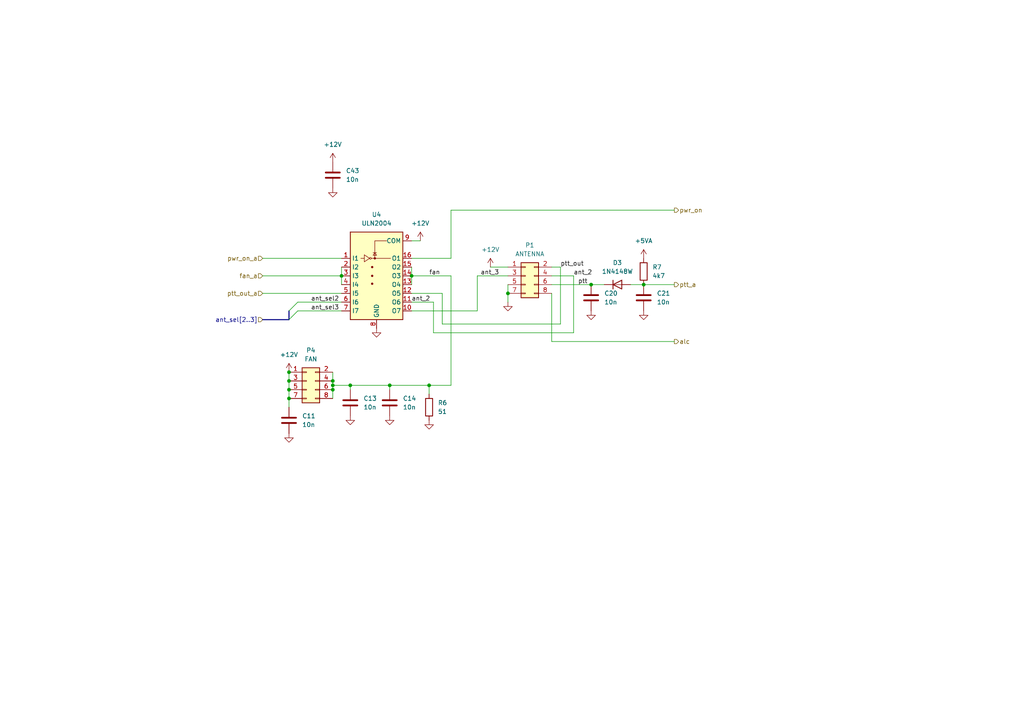
<source format=kicad_sch>
(kicad_sch (version 20230121) (generator eeschema)
  (paper "A4")
  (lib_symbols
    (symbol "Connector_Generic:Conn_02x04_Odd_Even" (pin_names (offset 1.016) hide)
      (property "Reference" "J" (at 1.27 5.08 0))
      (property "Value" "Conn_02x04_Odd_Even" (at 1.27 -7.62 0))
      (symbol "Conn_02x04_Odd_Even_1_1"
        (rectangle (start -1.27 -4.953) (end 0 -5.207) (stroke (width 0.1524)))
        (rectangle (start -1.27 -2.413) (end 0 -2.667) (stroke (width 0.1524)))
        (rectangle (start -1.27 0.127) (end 0 -0.127) (stroke (width 0.1524)))
        (rectangle (start -1.27 2.667) (end 0 2.413) (stroke (width 0.1524)))
        (rectangle (start -1.27 3.81) (end 3.81 -6.35) (stroke (width 0.254)) (fill (type background)))
        (rectangle (start 3.81 -4.953) (end 2.54 -5.207) (stroke (width 0.1524)))
        (rectangle (start 3.81 -2.413) (end 2.54 -2.667) (stroke (width 0.1524)))
        (rectangle (start 3.81 0.127) (end 2.54 -0.127) (stroke (width 0.1524)))
        (rectangle (start 3.81 2.667) (end 2.54 2.413) (stroke (width 0.1524)))
        (pin passive line (at -5.08 2.54 0) (length 3.81) (name "Pin_1") (number "1"))
        (pin passive line (at 7.62 2.54 180) (length 3.81) (name "Pin_2") (number "2"))
        (pin passive line (at -5.08 0 0) (length 3.81) (name "Pin_3") (number "3"))
        (pin passive line (at 7.62 0 180) (length 3.81) (name "Pin_4") (number "4"))
        (pin passive line (at -5.08 -2.54 0) (length 3.81) (name "Pin_5") (number "5"))
        (pin passive line (at 7.62 -2.54 180) (length 3.81) (name "Pin_6") (number "6"))
        (pin passive line (at -5.08 -5.08 0) (length 3.81) (name "Pin_7") (number "7"))
        (pin passive line (at 7.62 -5.08 180) (length 3.81) (name "Pin_8") (number "8"))
      )
    )
    (symbol "Device:C" (pin_numbers hide) (pin_names (offset 0.254))
      (property "Reference" "C" (at 0.635 2.54 0))
      (property "Value" "C" (at 0.635 -2.54 0))
      (symbol "C_0_1"
        (polyline (pts (xy -2.032 -0.762) (xy 2.032 -0.762)) (stroke (width 0.508)))
        (polyline (pts (xy -2.032 0.762) (xy 2.032 0.762)) (stroke (width 0.508)))
      )
      (symbol "C_1_1"
        (pin passive line (at 0 3.81 270) (length 2.794) (name "~") (number "1"))
        (pin passive line (at 0 -3.81 90) (length 2.794) (name "~") (number "2"))
      )
    )
    (symbol "Device:R" (pin_numbers hide) (pin_names (offset 0))
      (property "Reference" "R" (at 2.032 0 90))
      (property "Value" "R" (at 0 0 90))
      (symbol "R_0_1"
        (rectangle (start -1.016 -2.54) (end 1.016 2.54) (stroke (width 0.254)))
      )
      (symbol "R_1_1"
        (pin passive line (at 0 3.81 270) (length 1.27) (name "~") (number "1"))
        (pin passive line (at 0 -3.81 90) (length 1.27) (name "~") (number "2"))
      )
    )
    (symbol "Diode:1N4148W" (pin_numbers hide) (pin_names hide)
      (property "Reference" "D" (at 0 2.54 0))
      (property "Value" "1N4148W" (at 0 -2.54 0))
      (symbol "1N4148W_0_1"
        (polyline (pts (xy -1.27 1.27) (xy -1.27 -1.27)) (stroke (width 0.254)))
        (polyline (pts (xy 1.27 0) (xy -1.27 0)))
        (polyline (pts (xy 1.27 1.27) (xy 1.27 -1.27) (xy -1.27 0) (xy 1.27 1.27)) (stroke (width 0.254)))
      )
      (symbol "1N4148W_1_1"
        (pin passive line (at -3.81 0 0) (length 2.54) (name "K") (number "1"))
        (pin passive line (at 3.81 0 180) (length 2.54) (name "A") (number "2"))
      )
    )
    (symbol "Transistor_Array:ULN2004"
      (property "Reference" "U" (at 0 15.875 0))
      (property "Value" "ULN2004" (at 0 13.97 0))
      (symbol "ULN2004_0_1"
        (rectangle (start -7.62 -12.7) (end 7.62 12.7) (stroke (width 0.254)) (fill (type background)))
        (circle (center -1.778 5.08) (radius 0.254))
        (circle (center -1.27 -2.286) (radius 0.254) (fill (type outline)))
        (circle (center -1.27 0) (radius 0.254) (fill (type outline)))
        (circle (center -1.27 2.54) (radius 0.254) (fill (type outline)))
        (circle (center -0.508 5.08) (radius 0.254) (fill (type outline)))
        (polyline (pts (xy -4.572 5.08) (xy -3.556 5.08)))
        (polyline (pts (xy -1.524 5.08) (xy 4.064 5.08)))
        (polyline (pts (xy 0 6.731) (xy -1.016 6.731)))
        (polyline (pts (xy -0.508 5.08) (xy -0.508 10.16) (xy 2.921 10.16)))
        (polyline (pts (xy -3.556 6.096) (xy -3.556 4.064) (xy -2.032 5.08) (xy -3.556 6.096)))
        (polyline (pts (xy 0 5.969) (xy -1.016 5.969) (xy -0.508 6.731) (xy 0 5.969)))
      )
      (symbol "ULN2004_1_1"
        (pin input line (at -10.16 5.08 0) (length 2.54) (name "I1") (number "1"))
        (pin open_collector line (at 10.16 -10.16 180) (length 2.54) (name "O7") (number "10"))
        (pin open_collector line (at 10.16 -7.62 180) (length 2.54) (name "O6") (number "11"))
        (pin open_collector line (at 10.16 -5.08 180) (length 2.54) (name "O5") (number "12"))
        (pin open_collector line (at 10.16 -2.54 180) (length 2.54) (name "O4") (number "13"))
        (pin open_collector line (at 10.16 0 180) (length 2.54) (name "O3") (number "14"))
        (pin open_collector line (at 10.16 2.54 180) (length 2.54) (name "O2") (number "15"))
        (pin open_collector line (at 10.16 5.08 180) (length 2.54) (name "O1") (number "16"))
        (pin input line (at -10.16 2.54 0) (length 2.54) (name "I2") (number "2"))
        (pin input line (at -10.16 0 0) (length 2.54) (name "I3") (number "3"))
        (pin input line (at -10.16 -2.54 0) (length 2.54) (name "I4") (number "4"))
        (pin input line (at -10.16 -5.08 0) (length 2.54) (name "I5") (number "5"))
        (pin input line (at -10.16 -7.62 0) (length 2.54) (name "I6") (number "6"))
        (pin input line (at -10.16 -10.16 0) (length 2.54) (name "I7") (number "7"))
        (pin power_in line (at 0 -15.24 90) (length 2.54) (name "GND") (number "8"))
        (pin passive line (at 10.16 10.16 180) (length 2.54) (name "COM") (number "9"))
      )
    )
    (symbol "power:+12V" (power) (pin_names (offset 0))
      (property "Value" "+12V" (at 0 3.556 0))
      (symbol "+12V_0_1"
        (polyline (pts (xy -0.762 1.27) (xy 0 2.54)))
        (polyline (pts (xy 0 0) (xy 0 2.54)))
        (polyline (pts (xy 0 2.54) (xy 0.762 1.27)))
      )
      (symbol "+12V_1_1"
        (pin power_in line (at 0 0 90) (length 0) hide (name "+12V") (number "1"))
      )
    )
    (symbol "power:+5VA" (power) (pin_names (offset 0))
      (property "Value" "+5VA" (at 0 3.556 0))
      (symbol "+5VA_0_1"
        (polyline (pts (xy -0.762 1.27) (xy 0 2.54)))
        (polyline (pts (xy 0 0) (xy 0 2.54)))
        (polyline (pts (xy 0 2.54) (xy 0.762 1.27)))
      )
      (symbol "+5VA_1_1"
        (pin power_in line (at 0 0 90) (length 0) hide (name "+5VA") (number "1"))
      )
    )
    (symbol "power:GND" (power) (pin_names (offset 0))
      (property "Value" "GND" (at 0 -3.81 0))
      (symbol "GND_0_1"
        (polyline (pts (xy 0 0) (xy 0 -1.27) (xy 1.27 -1.27) (xy 0 -2.54) (xy -1.27 -1.27) (xy 0 -1.27)))
      )
      (symbol "GND_1_1"
        (pin power_in line (at 0 0 270) (length 0) hide (name "GND") (number "1"))
      )
    )
  )
  (junction (at 119.38 80.01))
  (junction (at 171.45 82.55))
  (junction (at 147.32 85.09))
  (junction (at 96.52 111.76))
  (junction (at 99.06 80.01))
  (junction (at 83.82 113.03))
  (junction (at 83.82 110.49))
  (junction (at 101.6 111.76))
  (junction (at 83.82 107.95))
  (junction (at 113.03 111.76))
  (junction (at 96.52 113.03))
  (junction (at 83.82 115.57))
  (junction (at 186.69 82.55))
  (junction (at 124.46 111.76))
  (junction (at 96.52 110.49))
  (bus_entry (at 86.36 87.63) (size -2.54 2.54))
  (bus_entry (at 86.36 90.17) (size -2.54 2.54))
  (wire (pts (xy 125.73 96.52) (xy 125.73 87.63)))
  (bus (pts (xy 76.2 92.71) (xy 83.82 92.71)))
  (wire (pts (xy 83.82 110.49) (xy 83.82 113.03)))
  (wire (pts (xy 166.37 80.01) (xy 166.37 96.52)))
  (bus (pts (xy 83.82 90.17) (xy 83.82 92.71)))
  (wire (pts (xy 171.45 82.55) (xy 175.26 82.55)))
  (wire (pts (xy 119.38 90.17) (xy 138.43 90.17)))
  (wire (pts (xy 125.73 87.63) (xy 119.38 87.63)))
  (wire (pts (xy 113.03 111.76) (xy 124.46 111.76)))
  (wire (pts (xy 121.92 69.85) (xy 119.38 69.85)))
  (wire (pts (xy 119.38 77.47) (xy 119.38 80.01)))
  (wire (pts (xy 130.81 74.93) (xy 130.81 60.96)))
  (wire (pts (xy 160.02 85.09) (xy 160.02 99.06)))
  (wire (pts (xy 138.43 80.01) (xy 147.32 80.01)))
  (wire (pts (xy 96.52 111.76) (xy 101.6 111.76)))
  (wire (pts (xy 113.03 113.03) (xy 113.03 111.76)))
  (wire (pts (xy 96.52 107.95) (xy 96.52 110.49)))
  (wire (pts (xy 162.56 93.98) (xy 128.27 93.98)))
  (wire (pts (xy 182.88 82.55) (xy 186.69 82.55)))
  (wire (pts (xy 86.36 87.63) (xy 99.06 87.63)))
  (wire (pts (xy 99.06 77.47) (xy 99.06 80.01)))
  (wire (pts (xy 101.6 113.03) (xy 101.6 111.76)))
  (wire (pts (xy 99.06 80.01) (xy 99.06 82.55)))
  (wire (pts (xy 147.32 82.55) (xy 147.32 85.09)))
  (wire (pts (xy 86.36 90.17) (xy 99.06 90.17)))
  (wire (pts (xy 160.02 77.47) (xy 162.56 77.47)))
  (wire (pts (xy 147.32 85.09) (xy 147.32 87.63)))
  (wire (pts (xy 130.81 60.96) (xy 195.58 60.96)))
  (wire (pts (xy 124.46 114.3) (xy 124.46 111.76)))
  (wire (pts (xy 119.38 80.01) (xy 130.81 80.01)))
  (wire (pts (xy 186.69 82.55) (xy 195.58 82.55)))
  (wire (pts (xy 160.02 82.55) (xy 171.45 82.55)))
  (wire (pts (xy 138.43 90.17) (xy 138.43 80.01)))
  (wire (pts (xy 130.81 111.76) (xy 130.81 80.01)))
  (wire (pts (xy 76.2 85.09) (xy 99.06 85.09)))
  (wire (pts (xy 128.27 93.98) (xy 128.27 85.09)))
  (wire (pts (xy 96.52 113.03) (xy 96.52 115.57)))
  (wire (pts (xy 96.52 110.49) (xy 96.52 111.76)))
  (wire (pts (xy 101.6 111.76) (xy 113.03 111.76)))
  (wire (pts (xy 76.2 80.01) (xy 99.06 80.01)))
  (wire (pts (xy 119.38 80.01) (xy 119.38 82.55)))
  (wire (pts (xy 128.27 85.09) (xy 119.38 85.09)))
  (wire (pts (xy 142.24 77.47) (xy 147.32 77.47)))
  (wire (pts (xy 76.2 74.93) (xy 99.06 74.93)))
  (wire (pts (xy 160.02 80.01) (xy 166.37 80.01)))
  (wire (pts (xy 83.82 113.03) (xy 83.82 115.57)))
  (wire (pts (xy 162.56 77.47) (xy 162.56 93.98)))
  (wire (pts (xy 160.02 99.06) (xy 195.58 99.06)))
  (wire (pts (xy 119.38 74.93) (xy 130.81 74.93)))
  (wire (pts (xy 124.46 111.76) (xy 130.81 111.76)))
  (wire (pts (xy 96.52 111.76) (xy 96.52 113.03)))
  (wire (pts (xy 166.37 96.52) (xy 125.73 96.52)))
  (wire (pts (xy 83.82 115.57) (xy 83.82 118.11)))
  (wire (pts (xy 83.82 107.95) (xy 83.82 110.49)))
  (label "ant_sel3" (at 90.17 90.17 0))
  (label "ant_3" (at 144.78 80.01 180))
  (label "ant_sel2" (at 90.17 87.63 0))
  (label "fan" (at 124.46 80.01 0))
  (label "ptt" (at 167.64 82.55 0))
  (label "ant_2" (at 119.38 87.63 0))
  (label "ant_2" (at 166.37 80.01 0))
  (label "ptt_out" (at 162.56 77.47 0))
  (hierarchical_label "pwr_on" (shape output) (at 195.58 60.96 0))
  (hierarchical_label "ptt_a" (shape output) (at 195.58 82.55 0))
  (hierarchical_label "ptt_out_a" (shape input) (at 76.2 85.09 180))
  (hierarchical_label "pwr_on_a" (shape input) (at 76.2 74.93 180))
  (hierarchical_label "ant_sel[2..3]" (shape input) (at 76.2 92.71 180))
  (hierarchical_label "fan_a" (shape input) (at 76.2 80.01 180))
  (hierarchical_label "alc" (shape output) (at 195.58 99.06 0))
  (symbol (lib_id "Device:R") (at 186.69 78.74 0) (unit 1)
    (property "Reference" "R7" (at 189.23 77.4699 0) (effects (justify left)))
    (property "Value" "4k7" (at 189.23 80.0099 0) (effects (justify left)))
    (property "Footprint" "Resistor_SMD:R_1206_3216Metric" (effects hide))
  )
  (symbol (lib_id "power:GND") (at 171.45 90.17 0) (mirror y) (unit 1)
    (property "Reference" "#PWR071" (effects hide))
    (property "Value" "GND" (effects hide))
  )
  (symbol (lib_id "power:GND") (at 109.22 95.25 0) (mirror y) (unit 1)
    (property "Reference" "#PWR0101" (effects hide))
    (property "Value" "GND" (effects hide))
  )
  (symbol (lib_id "Transistor_Array:ULN2004") (at 109.22 80.01 0) (unit 1)
    (property "Reference" "U4" (at 109.22 62.23 0))
    (property "Value" "ULN2004" (at 109.22 64.77 0))
    (property "Footprint" "Package_SO:SOIC-16_3.9x9.9mm_P1.27mm" (effects hide))
    (property "Datasheet" "http://www.ti.com/lit/ds/symlink/uln2003a.pdf" (effects hide))
  )
  (symbol (lib_id "power:GND") (at 96.52 54.61 0) (mirror y) (unit 1)
    (property "Reference" "#PWR0112" (effects hide))
    (property "Value" "GND" (effects hide))
  )
  (symbol (lib_id "power:+12V") (at 121.92 69.85 0) (unit 1)
    (property "Reference" "#PWR062" (effects hide))
    (property "Value" "+12V" (at 121.92 64.77 0))
  )
  (symbol (lib_id "Connector_Generic:Conn_02x04_Odd_Even") (at 88.9 110.49 0) (unit 1)
    (property "Reference" "P4" (at 90.17 101.6 0))
    (property "Value" "FAN" (at 90.17 104.14 0))
    (property "Footprint" "Connector_IDC:IDC-Header_2x04_P2.54mm_Vertical" (effects hide))
  )
  (symbol (lib_id "Device:C") (at 96.52 50.8 0) (unit 1)
    (property "Reference" "C43" (at 100.33 49.5299 0) (effects (justify left)))
    (property "Value" "10n" (at 100.33 52.0699 0) (effects (justify left)))
    (property "Footprint" "Capacitor_SMD:C_1206_3216Metric" (effects hide))
  )
  (symbol (lib_id "Device:C") (at 101.6 116.84 0) (unit 1)
    (property "Reference" "C13" (at 105.41 115.5699 0) (effects (justify left)))
    (property "Value" "10n" (at 105.41 118.1099 0) (effects (justify left)))
    (property "Footprint" "Capacitor_SMD:C_1206_3216Metric" (effects hide))
  )
  (symbol (lib_id "Device:R") (at 124.46 118.11 0) (unit 1)
    (property "Reference" "R6" (at 127 116.8399 0) (effects (justify left)))
    (property "Value" "51" (at 127 119.3799 0) (effects (justify left)))
    (property "Footprint" "Resistor_THT:R_Axial_DIN0414_L11.9mm_D4.5mm_P20.32mm_Horizontal" (effects hide))
  )
  (symbol (lib_id "power:GND") (at 113.03 120.65 0) (mirror y) (unit 1)
    (property "Reference" "#PWR046" (effects hide))
    (property "Value" "GND" (effects hide))
  )
  (symbol (lib_id "power:+12V") (at 96.52 46.99 0) (unit 1)
    (property "Reference" "#PWR0113" (effects hide))
    (property "Value" "+12V" (at 96.52 41.91 0))
  )
  (symbol (lib_id "Diode:1N4148W") (at 179.07 82.55 0) (unit 1)
    (property "Reference" "D3" (at 179.07 76.2 0))
    (property "Value" "1N4148W" (at 179.07 78.74 0))
    (property "Footprint" "Diode_SMD:D_SOD-123" (effects hide))
    (property "Datasheet" "https://www.vishay.com/docs/85748/1n4148w.pdf" (effects hide))
  )
  (symbol (lib_id "power:+12V") (at 83.82 107.95 0) (unit 1)
    (property "Reference" "#PWR036" (effects hide))
    (property "Value" "+12V" (at 83.82 102.87 0))
  )
  (symbol (lib_id "Device:C") (at 83.82 121.92 0) (unit 1)
    (property "Reference" "C11" (at 87.63 120.6499 0) (effects (justify left)))
    (property "Value" "10n" (at 87.63 123.1899 0) (effects (justify left)))
    (property "Footprint" "Capacitor_SMD:C_1206_3216Metric" (effects hide))
  )
  (symbol (lib_id "power:GND") (at 83.82 125.73 0) (mirror y) (unit 1)
    (property "Reference" "#PWR037" (effects hide))
    (property "Value" "GND" (effects hide))
  )
  (symbol (lib_id "power:GND") (at 186.69 90.17 0) (mirror y) (unit 1)
    (property "Reference" "#PWR074" (effects hide))
    (property "Value" "GND" (effects hide))
  )
  (symbol (lib_id "power:GND") (at 124.46 121.92 0) (mirror y) (unit 1)
    (property "Reference" "#PWR050" (effects hide))
    (property "Value" "GND" (effects hide))
  )
  (symbol (lib_id "Device:C") (at 186.69 86.36 0) (unit 1)
    (property "Reference" "C21" (at 190.5 85.0899 0) (effects (justify left)))
    (property "Value" "10n" (at 190.5 87.6299 0) (effects (justify left)))
    (property "Footprint" "Capacitor_SMD:C_1206_3216Metric" (effects hide))
  )
  (symbol (lib_id "Device:C") (at 171.45 86.36 0) (unit 1)
    (property "Reference" "C20" (at 175.26 85.0899 0) (effects (justify left)))
    (property "Value" "10n" (at 175.26 87.6299 0) (effects (justify left)))
    (property "Footprint" "Capacitor_SMD:C_1206_3216Metric" (effects hide))
  )
  (symbol (lib_id "power:+12V") (at 142.24 77.47 0) (unit 1)
    (property "Reference" "#PWR065" (effects hide))
    (property "Value" "+12V" (at 142.24 72.39 0))
  )
  (symbol (lib_id "Device:C") (at 113.03 116.84 0) (unit 1)
    (property "Reference" "C14" (at 116.84 115.5699 0) (effects (justify left)))
    (property "Value" "10n" (at 116.84 118.1099 0) (effects (justify left)))
    (property "Footprint" "Capacitor_SMD:C_1206_3216Metric" (effects hide))
  )
  (symbol (lib_id "Connector_Generic:Conn_02x04_Odd_Even") (at 152.4 80.01 0) (unit 1)
    (property "Reference" "P1" (at 153.67 71.12 0))
    (property "Value" "ANTENNA" (at 153.67 73.66 0))
    (property "Footprint" "Connector_IDC:IDC-Header_2x04_P2.54mm_Vertical" (effects hide))
  )
  (symbol (lib_id "power:GND") (at 101.6 120.65 0) (mirror y) (unit 1)
    (property "Reference" "#PWR044" (effects hide))
    (property "Value" "GND" (effects hide))
  )
  (symbol (lib_id "power:GND") (at 147.32 87.63 0) (unit 1)
    (property "Reference" "#PWR066" (effects hide))
    (property "Value" "GND" (effects hide))
  )
  (symbol (lib_id "power:+5VA") (at 186.69 74.93 0) (unit 1)
    (property "Reference" "#PWR073" (effects hide))
    (property "Value" "+5VA" (at 186.69 69.85 0))
  )
)
</source>
